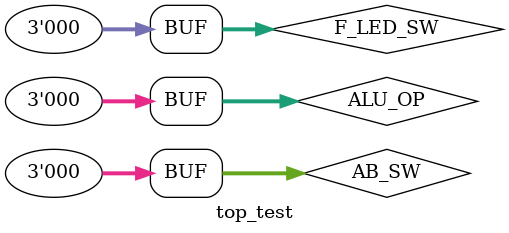
<source format=v>
`timescale 1ns / 1ps


module top_test;

	// Inputs
	reg [2:0] ALU_OP;
	reg [2:0] AB_SW;
	reg [2:0] F_LED_SW;

	// Outputs
	wire [7:0] LED;

	// Instantiate the Unit Under Test (UUT)
	top uut (
		.ALU_OP(ALU_OP), 
		.AB_SW(AB_SW), 
		.F_LED_SW(F_LED_SW), 
		.LED(LED)
	);

	initial begin
		// Initialize Inputs
		ALU_OP = 0;
		AB_SW = 0;
		F_LED_SW = 3'b100;//1...0

		// Wait 100 ns for global reset to finish
		#50;
        
		// Add stimulus here
		ALU_OP = 3'b000;
		AB_SW = 3'b001;
		F_LED_SW = 3'b000; //00000011
		#50;
		
		ALU_OP = 3'b001;
		AB_SW = 3'b001;
		F_LED_SW = 3'b001;//00000110
		#50;
		
		ALU_OP = 3'b010;
		AB_SW = 3'b001;
		F_LED_SW = 3'b000;//00000100
		#50;
		
		ALU_OP = 3'b011;
		AB_SW = 3'b001;
		F_LED_SW = 3'b000;//11111000
		#50;
		
		ALU_OP = 3'b100;
		AB_SW = 3'b100;
		F_LED_SW = 3'b000;//11111110
		#50;
		
		ALU_OP = 3'b100;
		AB_SW = 3'b100;
		F_LED_SW = 3'b011;//11111111
		#50;
		
		ALU_OP = 3'b100;
		AB_SW = 3'b100;
		F_LED_SW = 3'b100;//0...1Òç³ö
		#50;
		
		ALU_OP = 3'b101;
		AB_SW = 3'b100;
		F_LED_SW = 3'b100;//1...0
		#50;
		
		ALU_OP = 3'b110;
		AB_SW = 3'b110;
		F_LED_SW = 3'b010;//00000000
		#50;
		
		ALU_OP = 3'b111;
		AB_SW = 3'b001;
		F_LED_SW = 3'b000;//00111000
		#50;
		
		ALU_OP = 0;
		AB_SW = 0;
		F_LED_SW = 3'b000;//0...0
		
		
	end
      
endmodule


</source>
